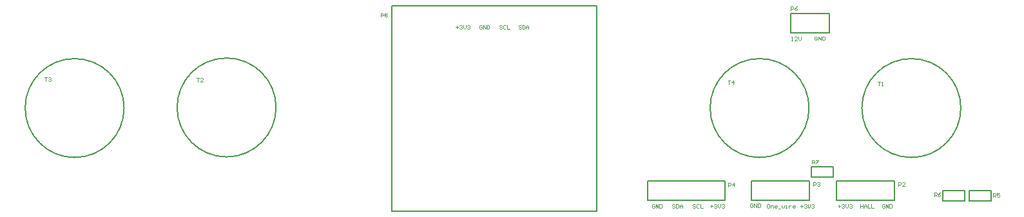
<source format=gto>
G04 Layer_Color=65535*
%FSAX25Y25*%
%MOIN*%
G70*
G01*
G75*
%ADD39C,0.00787*%
%ADD40C,0.00394*%
D39*
X0661490Y0327700D02*
G03*
X0661490Y0327700I-0025591J0000000D01*
G01*
X0307291Y0328000D02*
G03*
X0307291Y0328000I-0025591J0000000D01*
G01*
X0228691Y0327700D02*
G03*
X0228691Y0327700I-0025591J0000000D01*
G01*
X0582991D02*
G03*
X0582991Y0327700I-0025591J0000000D01*
G01*
X0584200Y0297315D02*
X0595617D01*
X0584200Y0292000D02*
Y0297315D01*
Y0292000D02*
X0595617D01*
Y0297315D01*
X0665700Y0285015D02*
X0677117D01*
X0665700Y0279700D02*
Y0285015D01*
Y0279700D02*
X0677117D01*
Y0285015D01*
X0652083Y0279685D02*
Y0285000D01*
X0663500D01*
Y0279685D02*
Y0285000D01*
X0652083Y0279685D02*
X0663500D01*
X0367039Y0274358D02*
Y0380500D01*
Y0274358D02*
X0473181D01*
Y0380500D01*
X0367039D02*
X0473181D01*
X0597300Y0279900D02*
X0627300D01*
Y0289900D01*
X0597300D02*
X0627300D01*
X0597300Y0279900D02*
Y0289900D01*
X0553000Y0290000D02*
X0583000D01*
X0553000Y0280000D02*
Y0290000D01*
Y0280000D02*
X0583000D01*
Y0290000D01*
X0573400Y0366600D02*
Y0376600D01*
X0593400D01*
Y0366600D02*
Y0376600D01*
X0573400Y0366600D02*
X0593400D01*
X0539500Y0280000D02*
Y0290000D01*
X0499500Y0280000D02*
X0539500D01*
X0499500Y0290000D02*
X0539500D01*
X0499500Y0280000D02*
Y0290000D01*
D40*
X0584400Y0298800D02*
Y0300768D01*
X0585384D01*
X0585712Y0300440D01*
Y0299784D01*
X0585384Y0299456D01*
X0584400D01*
X0585056D02*
X0585712Y0298800D01*
X0586368Y0300768D02*
X0587680D01*
Y0300440D01*
X0586368Y0299128D01*
Y0298800D01*
X0541000Y0341968D02*
X0542312D01*
X0541656D01*
Y0340000D01*
X0543952D02*
Y0341968D01*
X0542968Y0340984D01*
X0544280D01*
X0187600Y0343668D02*
X0188912D01*
X0188256D01*
Y0341700D01*
X0189568Y0343340D02*
X0189896Y0343668D01*
X0190552D01*
X0190880Y0343340D01*
Y0343012D01*
X0190552Y0342684D01*
X0190224D01*
X0190552D01*
X0190880Y0342356D01*
Y0342028D01*
X0190552Y0341700D01*
X0189896D01*
X0189568Y0342028D01*
X0266300Y0343268D02*
X0267612D01*
X0266956D01*
Y0341300D01*
X0269580D02*
X0268268D01*
X0269580Y0342612D01*
Y0342940D01*
X0269252Y0343268D01*
X0268596D01*
X0268268Y0342940D01*
X0618400Y0341368D02*
X0619712D01*
X0619056D01*
Y0339400D01*
X0620368D02*
X0621024D01*
X0620696D01*
Y0341368D01*
X0620368Y0341040D01*
X0647700Y0282100D02*
Y0284068D01*
X0648684D01*
X0649012Y0283740D01*
Y0283084D01*
X0648684Y0282756D01*
X0647700D01*
X0648356D02*
X0649012Y0282100D01*
X0650980Y0284068D02*
X0650324Y0283740D01*
X0649668Y0283084D01*
Y0282428D01*
X0649996Y0282100D01*
X0650652D01*
X0650980Y0282428D01*
Y0282756D01*
X0650652Y0283084D01*
X0649668D01*
X0678200Y0281700D02*
Y0283668D01*
X0679184D01*
X0679512Y0283340D01*
Y0282684D01*
X0679184Y0282356D01*
X0678200D01*
X0678856D02*
X0679512Y0281700D01*
X0681480Y0283668D02*
X0680168D01*
Y0282684D01*
X0680824Y0283012D01*
X0681152D01*
X0681480Y0282684D01*
Y0282028D01*
X0681152Y0281700D01*
X0680496D01*
X0680168Y0282028D01*
X0573400Y0378400D02*
Y0380368D01*
X0574384D01*
X0574712Y0380040D01*
Y0379384D01*
X0574384Y0379056D01*
X0573400D01*
X0576680Y0380368D02*
X0576024Y0380040D01*
X0575368Y0379384D01*
Y0378728D01*
X0575696Y0378400D01*
X0576352D01*
X0576680Y0378728D01*
Y0379056D01*
X0576352Y0379384D01*
X0575368D01*
X0361400Y0374800D02*
Y0376768D01*
X0362384D01*
X0362712Y0376440D01*
Y0375784D01*
X0362384Y0375456D01*
X0361400D01*
X0364680Y0376768D02*
X0363368D01*
Y0375784D01*
X0364024Y0376112D01*
X0364352D01*
X0364680Y0375784D01*
Y0375128D01*
X0364352Y0374800D01*
X0363696D01*
X0363368Y0375128D01*
X0541300Y0287100D02*
Y0289068D01*
X0542284D01*
X0542612Y0288740D01*
Y0288084D01*
X0542284Y0287756D01*
X0541300D01*
X0544252Y0287100D02*
Y0289068D01*
X0543268Y0288084D01*
X0544580D01*
X0585100Y0287300D02*
Y0289268D01*
X0586084D01*
X0586412Y0288940D01*
Y0288284D01*
X0586084Y0287956D01*
X0585100D01*
X0587068Y0288940D02*
X0587396Y0289268D01*
X0588052D01*
X0588380Y0288940D01*
Y0288612D01*
X0588052Y0288284D01*
X0587724D01*
X0588052D01*
X0588380Y0287956D01*
Y0287628D01*
X0588052Y0287300D01*
X0587396D01*
X0587068Y0287628D01*
X0629300Y0287300D02*
Y0289268D01*
X0630284D01*
X0630612Y0288940D01*
Y0288284D01*
X0630284Y0287956D01*
X0629300D01*
X0632580Y0287300D02*
X0631268D01*
X0632580Y0288612D01*
Y0288940D01*
X0632252Y0289268D01*
X0631596D01*
X0631268Y0288940D01*
X0573900Y0362700D02*
X0574556D01*
X0574228D01*
Y0364668D01*
X0573900Y0364340D01*
X0576852Y0362700D02*
X0575540D01*
X0576852Y0364012D01*
Y0364340D01*
X0576524Y0364668D01*
X0575868D01*
X0575540Y0364340D01*
X0577508Y0364668D02*
Y0363356D01*
X0578164Y0362700D01*
X0578820Y0363356D01*
Y0364668D01*
X0562084Y0278068D02*
X0561428D01*
X0561100Y0277740D01*
Y0276428D01*
X0561428Y0276100D01*
X0562084D01*
X0562412Y0276428D01*
Y0277740D01*
X0562084Y0278068D01*
X0563068Y0276100D02*
Y0277412D01*
X0564052D01*
X0564380Y0277084D01*
Y0276100D01*
X0566020D02*
X0565364D01*
X0565036Y0276428D01*
Y0277084D01*
X0565364Y0277412D01*
X0566020D01*
X0566348Y0277084D01*
Y0276756D01*
X0565036D01*
X0567004Y0275772D02*
X0568316D01*
X0568971Y0277412D02*
Y0276428D01*
X0569299Y0276100D01*
X0569627Y0276428D01*
X0569955Y0276100D01*
X0570283Y0276428D01*
Y0277412D01*
X0570939Y0276100D02*
X0571595D01*
X0571267D01*
Y0277412D01*
X0570939D01*
X0572579D02*
Y0276100D01*
Y0276756D01*
X0572907Y0277084D01*
X0573235Y0277412D01*
X0573563D01*
X0575531Y0276100D02*
X0574875D01*
X0574547Y0276428D01*
Y0277084D01*
X0574875Y0277412D01*
X0575531D01*
X0575859Y0277084D01*
Y0276756D01*
X0574547D01*
X0578400Y0276984D02*
X0579712D01*
X0579056Y0277640D02*
Y0276328D01*
X0580368Y0277640D02*
X0580696Y0277968D01*
X0581352D01*
X0581680Y0277640D01*
Y0277312D01*
X0581352Y0276984D01*
X0581024D01*
X0581352D01*
X0581680Y0276656D01*
Y0276328D01*
X0581352Y0276000D01*
X0580696D01*
X0580368Y0276328D01*
X0582336Y0277968D02*
Y0276656D01*
X0582992Y0276000D01*
X0583648Y0276656D01*
Y0277968D01*
X0584304Y0277640D02*
X0584632Y0277968D01*
X0585288D01*
X0585615Y0277640D01*
Y0277312D01*
X0585288Y0276984D01*
X0584960D01*
X0585288D01*
X0585615Y0276656D01*
Y0276328D01*
X0585288Y0276000D01*
X0584632D01*
X0584304Y0276328D01*
X0553812Y0277840D02*
X0553484Y0278168D01*
X0552828D01*
X0552500Y0277840D01*
Y0276528D01*
X0552828Y0276200D01*
X0553484D01*
X0553812Y0276528D01*
Y0277184D01*
X0553156D01*
X0554468Y0276200D02*
Y0278168D01*
X0555780Y0276200D01*
Y0278168D01*
X0556436D02*
Y0276200D01*
X0557420D01*
X0557748Y0276528D01*
Y0277840D01*
X0557420Y0278168D01*
X0556436D01*
X0503012Y0277740D02*
X0502684Y0278068D01*
X0502028D01*
X0501700Y0277740D01*
Y0276428D01*
X0502028Y0276100D01*
X0502684D01*
X0503012Y0276428D01*
Y0277084D01*
X0502356D01*
X0503668Y0276100D02*
Y0278068D01*
X0504980Y0276100D01*
Y0278068D01*
X0505636D02*
Y0276100D01*
X0506620D01*
X0506948Y0276428D01*
Y0277740D01*
X0506620Y0278068D01*
X0505636D01*
X0587212Y0364440D02*
X0586884Y0364768D01*
X0586228D01*
X0585900Y0364440D01*
Y0363128D01*
X0586228Y0362800D01*
X0586884D01*
X0587212Y0363128D01*
Y0363784D01*
X0586556D01*
X0587868Y0362800D02*
Y0364768D01*
X0589180Y0362800D01*
Y0364768D01*
X0589836D02*
Y0362800D01*
X0590820D01*
X0591148Y0363128D01*
Y0364440D01*
X0590820Y0364768D01*
X0589836D01*
X0622012Y0277740D02*
X0621684Y0278068D01*
X0621028D01*
X0620700Y0277740D01*
Y0276428D01*
X0621028Y0276100D01*
X0621684D01*
X0622012Y0276428D01*
Y0277084D01*
X0621356D01*
X0622668Y0276100D02*
Y0278068D01*
X0623980Y0276100D01*
Y0278068D01*
X0624636D02*
Y0276100D01*
X0625620D01*
X0625948Y0276428D01*
Y0277740D01*
X0625620Y0278068D01*
X0624636D01*
X0413712Y0370240D02*
X0413384Y0370568D01*
X0412728D01*
X0412400Y0370240D01*
Y0368928D01*
X0412728Y0368600D01*
X0413384D01*
X0413712Y0368928D01*
Y0369584D01*
X0413056D01*
X0414368Y0368600D02*
Y0370568D01*
X0415680Y0368600D01*
Y0370568D01*
X0416336D02*
Y0368600D01*
X0417320D01*
X0417648Y0368928D01*
Y0370240D01*
X0417320Y0370568D01*
X0416336D01*
X0400200Y0369584D02*
X0401512D01*
X0400856Y0370240D02*
Y0368928D01*
X0402168Y0370240D02*
X0402496Y0370568D01*
X0403152D01*
X0403480Y0370240D01*
Y0369912D01*
X0403152Y0369584D01*
X0402824D01*
X0403152D01*
X0403480Y0369256D01*
Y0368928D01*
X0403152Y0368600D01*
X0402496D01*
X0402168Y0368928D01*
X0404136Y0370568D02*
Y0369256D01*
X0404792Y0368600D01*
X0405448Y0369256D01*
Y0370568D01*
X0406104Y0370240D02*
X0406432Y0370568D01*
X0407088D01*
X0407415Y0370240D01*
Y0369912D01*
X0407088Y0369584D01*
X0406760D01*
X0407088D01*
X0407415Y0369256D01*
Y0368928D01*
X0407088Y0368600D01*
X0406432D01*
X0406104Y0368928D01*
X0424212Y0370240D02*
X0423884Y0370568D01*
X0423228D01*
X0422900Y0370240D01*
Y0369912D01*
X0423228Y0369584D01*
X0423884D01*
X0424212Y0369256D01*
Y0368928D01*
X0423884Y0368600D01*
X0423228D01*
X0422900Y0368928D01*
X0426180Y0370240D02*
X0425852Y0370568D01*
X0425196D01*
X0424868Y0370240D01*
Y0368928D01*
X0425196Y0368600D01*
X0425852D01*
X0426180Y0368928D01*
X0426836Y0370568D02*
Y0368600D01*
X0428148D01*
X0434012Y0370140D02*
X0433684Y0370468D01*
X0433028D01*
X0432700Y0370140D01*
Y0369812D01*
X0433028Y0369484D01*
X0433684D01*
X0434012Y0369156D01*
Y0368828D01*
X0433684Y0368500D01*
X0433028D01*
X0432700Y0368828D01*
X0434668Y0370468D02*
Y0368500D01*
X0435652D01*
X0435980Y0368828D01*
Y0370140D01*
X0435652Y0370468D01*
X0434668D01*
X0436636Y0368500D02*
Y0369812D01*
X0437292Y0370468D01*
X0437948Y0369812D01*
Y0368500D01*
Y0369484D01*
X0436636D01*
X0513412Y0277540D02*
X0513084Y0277868D01*
X0512428D01*
X0512100Y0277540D01*
Y0277212D01*
X0512428Y0276884D01*
X0513084D01*
X0513412Y0276556D01*
Y0276228D01*
X0513084Y0275900D01*
X0512428D01*
X0512100Y0276228D01*
X0514068Y0277868D02*
Y0275900D01*
X0515052D01*
X0515380Y0276228D01*
Y0277540D01*
X0515052Y0277868D01*
X0514068D01*
X0516036Y0275900D02*
Y0277212D01*
X0516692Y0277868D01*
X0517348Y0277212D01*
Y0275900D01*
Y0276884D01*
X0516036D01*
X0524112Y0277740D02*
X0523784Y0278068D01*
X0523128D01*
X0522800Y0277740D01*
Y0277412D01*
X0523128Y0277084D01*
X0523784D01*
X0524112Y0276756D01*
Y0276428D01*
X0523784Y0276100D01*
X0523128D01*
X0522800Y0276428D01*
X0526080Y0277740D02*
X0525752Y0278068D01*
X0525096D01*
X0524768Y0277740D01*
Y0276428D01*
X0525096Y0276100D01*
X0525752D01*
X0526080Y0276428D01*
X0526736Y0278068D02*
Y0276100D01*
X0528048D01*
X0531900Y0276984D02*
X0533212D01*
X0532556Y0277640D02*
Y0276328D01*
X0533868Y0277640D02*
X0534196Y0277968D01*
X0534852D01*
X0535180Y0277640D01*
Y0277312D01*
X0534852Y0276984D01*
X0534524D01*
X0534852D01*
X0535180Y0276656D01*
Y0276328D01*
X0534852Y0276000D01*
X0534196D01*
X0533868Y0276328D01*
X0535836Y0277968D02*
Y0276656D01*
X0536492Y0276000D01*
X0537148Y0276656D01*
Y0277968D01*
X0537804Y0277640D02*
X0538132Y0277968D01*
X0538788D01*
X0539115Y0277640D01*
Y0277312D01*
X0538788Y0276984D01*
X0538459D01*
X0538788D01*
X0539115Y0276656D01*
Y0276328D01*
X0538788Y0276000D01*
X0538132D01*
X0537804Y0276328D01*
X0598000Y0276984D02*
X0599312D01*
X0598656Y0277640D02*
Y0276328D01*
X0599968Y0277640D02*
X0600296Y0277968D01*
X0600952D01*
X0601280Y0277640D01*
Y0277312D01*
X0600952Y0276984D01*
X0600624D01*
X0600952D01*
X0601280Y0276656D01*
Y0276328D01*
X0600952Y0276000D01*
X0600296D01*
X0599968Y0276328D01*
X0601936Y0277968D02*
Y0276656D01*
X0602592Y0276000D01*
X0603248Y0276656D01*
Y0277968D01*
X0603904Y0277640D02*
X0604232Y0277968D01*
X0604887D01*
X0605216Y0277640D01*
Y0277312D01*
X0604887Y0276984D01*
X0604560D01*
X0604887D01*
X0605216Y0276656D01*
Y0276328D01*
X0604887Y0276000D01*
X0604232D01*
X0603904Y0276328D01*
X0609400Y0277968D02*
Y0276000D01*
Y0276984D01*
X0610712D01*
Y0277968D01*
Y0276000D01*
X0611368D02*
Y0277312D01*
X0612024Y0277968D01*
X0612680Y0277312D01*
Y0276000D01*
Y0276984D01*
X0611368D01*
X0613336Y0277968D02*
Y0276000D01*
X0614648D01*
X0615304Y0277968D02*
Y0276000D01*
X0616615D01*
M02*

</source>
